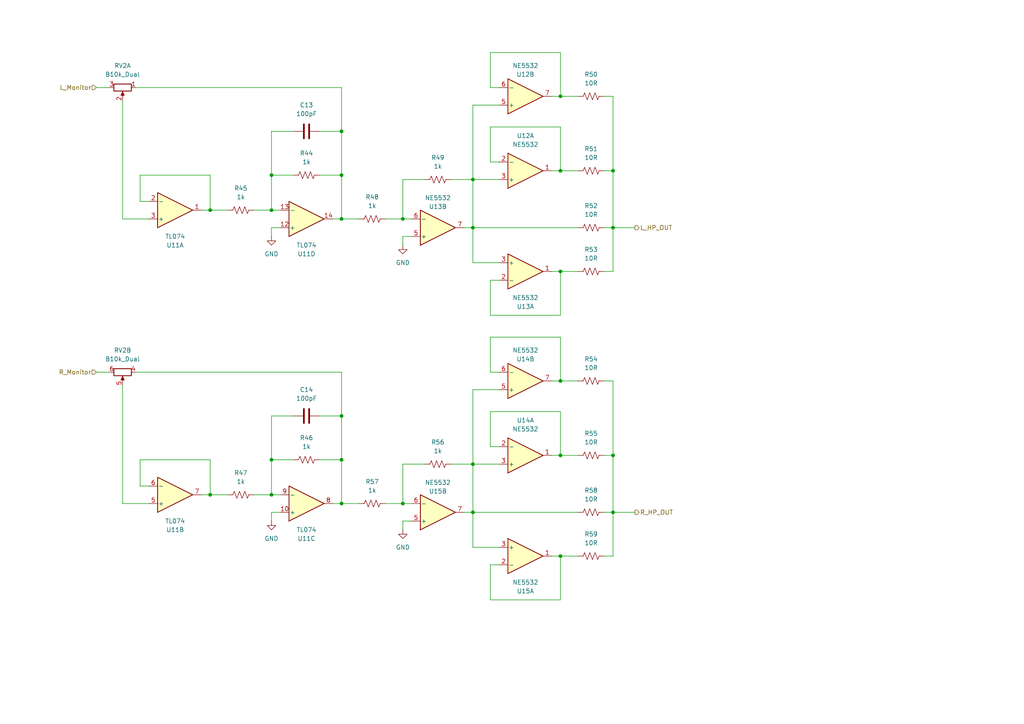
<source format=kicad_sch>
(kicad_sch (version 20250114) (generator "eeschema") (generator_version "9.0")
  (paper "A4")
  (title_block (comment 1 "PCB for 5 cm Kosmo format synthesizer module"))
  (lib_symbols
    (symbol "Amplifier_Operational:NE5532" (pin_names (offset 0.127))
      (property "Reference" "U" (at 0 5.08 0))
      (property "Value" "NE5532" (at 0 -5.08 0))
      (symbol "NE5532_1_1"
        (polyline (pts (xy -5.08 5.08) (xy 5.08 0) (xy -5.08 -5.08) (xy -5.08 5.08)) (stroke (width 0.254)) (fill (type background)))
        (pin input line (at -7.62 2.54 0) (length 2.54) (name "+") (number "3"))
        (pin input line (at -7.62 -2.54 0) (length 2.54) (name "-") (number "2"))
        (pin output line (at 7.62 0 180) (length 2.54) (name "~") (number "1"))
      )
      (symbol "NE5532_2_1"
        (polyline (pts (xy -5.08 5.08) (xy 5.08 0) (xy -5.08 -5.08) (xy -5.08 5.08)) (stroke (width 0.254)) (fill (type background)))
        (pin input line (at -7.62 2.54 0) (length 2.54) (name "+") (number "5"))
        (pin input line (at -7.62 -2.54 0) (length 2.54) (name "-") (number "6"))
        (pin output line (at 7.62 0 180) (length 2.54) (name "~") (number "7"))
      )
      (symbol "NE5532_3_1"
        (pin power_in line (at -2.54 7.62 270) (length 3.81) (name "V+") (number "8"))
        (pin power_in line (at -2.54 -7.62 90) (length 3.81) (name "V-") (number "4"))
      )
    )
    (symbol "Amplifier_Operational:TL074" (pin_names (offset 0.127))
      (property "Reference" "U" (at 0 5.08 0))
      (property "Value" "TL074" (at 0 -5.08 0))
      (symbol "TL074_1_1"
        (polyline (pts (xy -5.08 5.08) (xy 5.08 0) (xy -5.08 -5.08) (xy -5.08 5.08)) (stroke (width 0.254)) (fill (type background)))
        (pin input line (at -7.62 2.54 0) (length 2.54) (name "+") (number "3"))
        (pin input line (at -7.62 -2.54 0) (length 2.54) (name "-") (number "2"))
        (pin output line (at 7.62 0 180) (length 2.54) (name "~") (number "1"))
      )
      (symbol "TL074_2_1"
        (polyline (pts (xy -5.08 5.08) (xy 5.08 0) (xy -5.08 -5.08) (xy -5.08 5.08)) (stroke (width 0.254)) (fill (type background)))
        (pin input line (at -7.62 2.54 0) (length 2.54) (name "+") (number "5"))
        (pin input line (at -7.62 -2.54 0) (length 2.54) (name "-") (number "6"))
        (pin output line (at 7.62 0 180) (length 2.54) (name "~") (number "7"))
      )
      (symbol "TL074_3_1"
        (polyline (pts (xy -5.08 5.08) (xy 5.08 0) (xy -5.08 -5.08) (xy -5.08 5.08)) (stroke (width 0.254)) (fill (type background)))
        (pin input line (at -7.62 2.54 0) (length 2.54) (name "+") (number "10"))
        (pin input line (at -7.62 -2.54 0) (length 2.54) (name "-") (number "9"))
        (pin output line (at 7.62 0 180) (length 2.54) (name "~") (number "8"))
      )
      (symbol "TL074_4_1"
        (polyline (pts (xy -5.08 5.08) (xy 5.08 0) (xy -5.08 -5.08) (xy -5.08 5.08)) (stroke (width 0.254)) (fill (type background)))
        (pin input line (at -7.62 2.54 0) (length 2.54) (name "+") (number "12"))
        (pin input line (at -7.62 -2.54 0) (length 2.54) (name "-") (number "13"))
        (pin output line (at 7.62 0 180) (length 2.54) (name "~") (number "14"))
      )
      (symbol "TL074_5_1"
        (pin power_in line (at -2.54 7.62 270) (length 3.81) (name "V+") (number "4"))
        (pin power_in line (at -2.54 -7.62 90) (length 3.81) (name "V-") (number "11"))
      )
    )
    (symbol "Device:C" (pin_numbers (hide yes)) (pin_names (offset 0.254))
      (property "Reference" "C" (at 0.635 2.54 0))
      (property "Value" "C" (at 0.635 -2.54 0))
      (symbol "C_0_1"
        (polyline (pts (xy -2.032 0.762) (xy 2.032 0.762)) (stroke (width 0.508)))
        (polyline (pts (xy -2.032 -0.762) (xy 2.032 -0.762)) (stroke (width 0.508)))
      )
      (symbol "C_1_1"
        (pin passive line (at 0 3.81 270) (length 2.794) (name "~") (number "1"))
        (pin passive line (at 0 -3.81 90) (length 2.794) (name "~") (number "2"))
      )
    )
    (symbol "Device:R_Potentiometer_Dual_Separate" (pin_names (offset 1.016) (hide yes))
      (property "Reference" "RV" (at -4.445 0 90))
      (property "Value" "R_Potentiometer_Dual_Separate" (at -2.54 0 90))
      (symbol "R_Potentiometer_Dual_Separate_0_1"
        (rectangle (start 1.016 2.54) (end -1.016 -2.54) (stroke (width 0.254)))
        (polyline (pts (xy 1.143 0) (xy 2.286 0.508) (xy 2.286 -0.508) (xy 1.143 0)) (fill (type outline)))
        (polyline (pts (xy 2.54 0) (xy 1.524 0)))
      )
      (symbol "R_Potentiometer_Dual_Separate_1_1"
        (pin passive line (at 0 3.81 270) (length 1.27) (name "1") (number "1"))
        (pin passive line (at 0 -3.81 90) (length 1.27) (name "3") (number "3"))
        (pin passive line (at 3.81 0 180) (length 1.27) (name "2") (number "2"))
      )
      (symbol "R_Potentiometer_Dual_Separate_2_1"
        (pin passive line (at 0 3.81 270) (length 1.27) (name "4") (number "4"))
        (pin passive line (at 0 -3.81 90) (length 1.27) (name "6") (number "6"))
        (pin passive line (at 3.81 0 180) (length 1.27) (name "5") (number "5"))
      )
    )
    (symbol "Device:R_US" (pin_numbers (hide yes)) (pin_names (offset 0))
      (property "Reference" "R" (at 2.54 0 90))
      (property "Value" "R_US" (at -2.54 0 90))
      (symbol "R_US_0_1"
        (polyline (pts (xy 0 2.286) (xy 0 2.54)))
        (polyline (pts (xy 0 2.286) (xy 1.016 1.905) (xy 0 1.524) (xy -1.016 1.143) (xy 0 0.762)))
        (polyline (pts (xy 0 0.762) (xy 1.016 0.381) (xy 0 0) (xy -1.016 -0.381) (xy 0 -0.762)))
        (polyline (pts (xy 0 -0.762) (xy 1.016 -1.143) (xy 0 -1.524) (xy -1.016 -1.905) (xy 0 -2.286)))
        (polyline (pts (xy 0 -2.286) (xy 0 -2.54)))
      )
      (symbol "R_US_1_1"
        (pin passive line (at 0 3.81 270) (length 1.27) (name "~") (number "1"))
        (pin passive line (at 0 -3.81 90) (length 1.27) (name "~") (number "2"))
      )
    )
    (symbol "power:GND" (power) (pin_numbers (hide yes)) (pin_names (offset 0) (hide yes))
      (property "Value" "GND" (at 0 -3.81 0))
      (symbol "GND_0_1"
        (polyline (pts (xy 0 0) (xy 0 -1.27) (xy 1.27 -1.27) (xy 0 -2.54) (xy -1.27 -1.27) (xy 0 -1.27)))
      )
      (symbol "GND_1_1"
        (pin power_in line (at 0 0 270) (length 0) (name "~") (number "1"))
      )
    )
  )
  (junction (at 99.06 120.65))
  (junction (at 137.16 148.59))
  (junction (at 162.56 110.49))
  (junction (at 177.8 148.59))
  (junction (at 78.74 60.96))
  (junction (at 78.74 143.51))
  (junction (at 177.8 132.08))
  (junction (at 162.56 78.74))
  (junction (at 137.16 52.07))
  (junction (at 137.16 66.04))
  (junction (at 162.56 132.08))
  (junction (at 60.96 143.51))
  (junction (at 99.06 146.05))
  (junction (at 99.06 50.8))
  (junction (at 78.74 133.35))
  (junction (at 60.96 60.96))
  (junction (at 162.56 27.94))
  (junction (at 177.8 49.53))
  (junction (at 78.74 50.8))
  (junction (at 99.06 38.1))
  (junction (at 99.06 133.35))
  (junction (at 162.56 49.53))
  (junction (at 116.84 146.05))
  (junction (at 137.16 134.62))
  (junction (at 99.06 63.5))
  (junction (at 177.8 66.04))
  (junction (at 162.56 161.29))
  (junction (at 116.84 63.5))
  (wire (pts (xy 162.56 110.49) (xy 167.64 110.49)))
  (wire (pts (xy 160.02 132.08) (xy 162.56 132.08)))
  (wire (pts (xy 43.18 63.5) (xy 35.56 63.5)))
  (wire (pts (xy 162.56 78.74) (xy 167.64 78.74)))
  (wire (pts (xy 111.76 146.05) (xy 116.84 146.05)))
  (wire (pts (xy 175.26 148.59) (xy 177.8 148.59)))
  (wire (pts (xy 85.09 133.35) (xy 78.74 133.35)))
  (wire (pts (xy 78.74 60.96) (xy 81.28 60.96)))
  (wire (pts (xy 78.74 38.1) (xy 78.74 50.8)))
  (wire (pts (xy 116.84 134.62) (xy 116.84 146.05)))
  (wire (pts (xy 175.26 66.04) (xy 177.8 66.04)))
  (wire (pts (xy 99.06 50.8) (xy 99.06 38.1)))
  (wire (pts (xy 73.66 143.51) (xy 78.74 143.51)))
  (wire (pts (xy 137.16 30.48) (xy 137.16 52.07)))
  (wire (pts (xy 43.18 58.42) (xy 40.64 58.42)))
  (wire (pts (xy 177.8 110.49) (xy 177.8 132.08)))
  (wire (pts (xy 160.02 49.53) (xy 162.56 49.53)))
  (wire (pts (xy 92.71 50.8) (xy 99.06 50.8)))
  (wire (pts (xy 99.06 63.5) (xy 104.14 63.5)))
  (wire (pts (xy 99.06 107.95) (xy 99.06 120.65)))
  (wire (pts (xy 111.76 63.5) (xy 116.84 63.5)))
  (wire (pts (xy 142.24 129.54) (xy 142.24 119.38)))
  (wire (pts (xy 123.19 134.62) (xy 116.84 134.62)))
  (wire (pts (xy 144.78 107.95) (xy 142.24 107.95)))
  (wire (pts (xy 130.81 52.07) (xy 137.16 52.07)))
  (wire (pts (xy 162.56 91.44) (xy 162.56 78.74)))
  (wire (pts (xy 39.37 25.4) (xy 99.06 25.4)))
  (wire (pts (xy 142.24 119.38) (xy 162.56 119.38)))
  (wire (pts (xy 116.84 68.58) (xy 116.84 71.12)))
  (wire (pts (xy 142.24 107.95) (xy 142.24 97.79)))
  (wire (pts (xy 85.09 38.1) (xy 78.74 38.1)))
  (wire (pts (xy 99.06 133.35) (xy 99.06 146.05)))
  (wire (pts (xy 134.62 66.04) (xy 137.16 66.04)))
  (wire (pts (xy 27.94 107.95) (xy 31.75 107.95)))
  (wire (pts (xy 99.06 120.65) (xy 92.71 120.65)))
  (wire (pts (xy 78.74 120.65) (xy 78.74 133.35)))
  (wire (pts (xy 119.38 151.13) (xy 116.84 151.13)))
  (wire (pts (xy 144.78 129.54) (xy 142.24 129.54)))
  (wire (pts (xy 177.8 49.53) (xy 177.8 66.04)))
  (wire (pts (xy 144.78 163.83) (xy 142.24 163.83)))
  (wire (pts (xy 60.96 143.51) (xy 66.04 143.51)))
  (wire (pts (xy 144.78 134.62) (xy 137.16 134.62)))
  (wire (pts (xy 60.96 143.51) (xy 58.42 143.51)))
  (wire (pts (xy 142.24 36.83) (xy 162.56 36.83)))
  (wire (pts (xy 160.02 78.74) (xy 162.56 78.74)))
  (wire (pts (xy 96.52 63.5) (xy 99.06 63.5)))
  (wire (pts (xy 175.26 161.29) (xy 177.8 161.29)))
  (wire (pts (xy 142.24 91.44) (xy 162.56 91.44)))
  (wire (pts (xy 162.56 97.79) (xy 162.56 110.49)))
  (wire (pts (xy 85.09 120.65) (xy 78.74 120.65)))
  (wire (pts (xy 144.78 113.03) (xy 137.16 113.03)))
  (wire (pts (xy 177.8 27.94) (xy 177.8 49.53)))
  (wire (pts (xy 60.96 60.96) (xy 58.42 60.96)))
  (wire (pts (xy 99.06 133.35) (xy 99.06 120.65)))
  (wire (pts (xy 177.8 148.59) (xy 184.15 148.59)))
  (wire (pts (xy 99.06 38.1) (xy 92.71 38.1)))
  (wire (pts (xy 78.74 143.51) (xy 81.28 143.51)))
  (wire (pts (xy 78.74 133.35) (xy 78.74 143.51)))
  (wire (pts (xy 119.38 68.58) (xy 116.84 68.58)))
  (wire (pts (xy 78.74 66.04) (xy 81.28 66.04)))
  (wire (pts (xy 175.26 27.94) (xy 177.8 27.94)))
  (wire (pts (xy 144.78 52.07) (xy 137.16 52.07)))
  (wire (pts (xy 142.24 173.99) (xy 162.56 173.99)))
  (wire (pts (xy 144.78 158.75) (xy 137.16 158.75)))
  (wire (pts (xy 144.78 46.99) (xy 142.24 46.99)))
  (wire (pts (xy 177.8 78.74) (xy 177.8 66.04)))
  (wire (pts (xy 35.56 63.5) (xy 35.56 29.21)))
  (wire (pts (xy 78.74 148.59) (xy 78.74 151.13)))
  (wire (pts (xy 134.62 148.59) (xy 137.16 148.59)))
  (wire (pts (xy 160.02 110.49) (xy 162.56 110.49)))
  (wire (pts (xy 162.56 49.53) (xy 167.64 49.53)))
  (wire (pts (xy 175.26 49.53) (xy 177.8 49.53)))
  (wire (pts (xy 137.16 76.2) (xy 137.16 66.04)))
  (wire (pts (xy 137.16 148.59) (xy 167.64 148.59)))
  (wire (pts (xy 123.19 52.07) (xy 116.84 52.07)))
  (wire (pts (xy 27.94 25.4) (xy 31.75 25.4)))
  (wire (pts (xy 40.64 140.97) (xy 40.64 133.35)))
  (wire (pts (xy 137.16 158.75) (xy 137.16 148.59)))
  (wire (pts (xy 142.24 15.24) (xy 162.56 15.24)))
  (wire (pts (xy 130.81 134.62) (xy 137.16 134.62)))
  (wire (pts (xy 160.02 27.94) (xy 162.56 27.94)))
  (wire (pts (xy 142.24 25.4) (xy 142.24 15.24)))
  (wire (pts (xy 162.56 36.83) (xy 162.56 49.53)))
  (wire (pts (xy 85.09 50.8) (xy 78.74 50.8)))
  (wire (pts (xy 137.16 52.07) (xy 137.16 66.04)))
  (wire (pts (xy 144.78 81.28) (xy 142.24 81.28)))
  (wire (pts (xy 116.84 63.5) (xy 119.38 63.5)))
  (wire (pts (xy 40.64 58.42) (xy 40.64 50.8)))
  (wire (pts (xy 96.52 146.05) (xy 99.06 146.05)))
  (wire (pts (xy 116.84 146.05) (xy 119.38 146.05)))
  (wire (pts (xy 144.78 25.4) (xy 142.24 25.4)))
  (wire (pts (xy 177.8 161.29) (xy 177.8 148.59)))
  (wire (pts (xy 43.18 140.97) (xy 40.64 140.97)))
  (wire (pts (xy 40.64 133.35) (xy 60.96 133.35)))
  (wire (pts (xy 160.02 161.29) (xy 162.56 161.29)))
  (wire (pts (xy 162.56 173.99) (xy 162.56 161.29)))
  (wire (pts (xy 142.24 46.99) (xy 142.24 36.83)))
  (wire (pts (xy 40.64 50.8) (xy 60.96 50.8)))
  (wire (pts (xy 60.96 60.96) (xy 66.04 60.96)))
  (wire (pts (xy 162.56 15.24) (xy 162.56 27.94)))
  (wire (pts (xy 78.74 50.8) (xy 78.74 60.96)))
  (wire (pts (xy 99.06 63.5) (xy 99.06 50.8)))
  (wire (pts (xy 175.26 132.08) (xy 177.8 132.08)))
  (wire (pts (xy 78.74 68.58) (xy 78.74 66.04)))
  (wire (pts (xy 116.84 151.13) (xy 116.84 153.67)))
  (wire (pts (xy 35.56 111.76) (xy 35.56 146.05)))
  (wire (pts (xy 137.16 113.03) (xy 137.16 134.62)))
  (wire (pts (xy 60.96 133.35) (xy 60.96 143.51)))
  (wire (pts (xy 73.66 60.96) (xy 78.74 60.96)))
  (wire (pts (xy 162.56 132.08) (xy 167.64 132.08)))
  (wire (pts (xy 99.06 146.05) (xy 104.14 146.05)))
  (wire (pts (xy 175.26 78.74) (xy 177.8 78.74)))
  (wire (pts (xy 39.37 107.95) (xy 99.06 107.95)))
  (wire (pts (xy 177.8 66.04) (xy 184.15 66.04)))
  (wire (pts (xy 162.56 27.94) (xy 167.64 27.94)))
  (wire (pts (xy 60.96 50.8) (xy 60.96 60.96)))
  (wire (pts (xy 137.16 134.62) (xy 137.16 148.59)))
  (wire (pts (xy 162.56 161.29) (xy 167.64 161.29)))
  (wire (pts (xy 175.26 110.49) (xy 177.8 110.49)))
  (wire (pts (xy 142.24 163.83) (xy 142.24 173.99)))
  (wire (pts (xy 35.56 146.05) (xy 43.18 146.05)))
  (wire (pts (xy 99.06 25.4) (xy 99.06 38.1)))
  (wire (pts (xy 137.16 66.04) (xy 167.64 66.04)))
  (wire (pts (xy 92.71 133.35) (xy 99.06 133.35)))
  (wire (pts (xy 144.78 30.48) (xy 137.16 30.48)))
  (wire (pts (xy 144.78 76.2) (xy 137.16 76.2)))
  (wire (pts (xy 177.8 132.08) (xy 177.8 148.59)))
  (wire (pts (xy 81.28 148.59) (xy 78.74 148.59)))
  (wire (pts (xy 162.56 119.38) (xy 162.56 132.08)))
  (wire (pts (xy 142.24 81.28) (xy 142.24 91.44)))
  (wire (pts (xy 142.24 97.79) (xy 162.56 97.79)))
  (wire (pts (xy 116.84 52.07) (xy 116.84 63.5)))
  (hierarchical_label "R_HP_OUT" (shape output) (at 184.15 148.59 0))
  (hierarchical_label "R_Monitor" (shape input) (at 27.94 107.95 180))
  (hierarchical_label "L_Monitor" (shape input) (at 27.94 25.4 180))
  (hierarchical_label "L_HP_OUT" (shape output) (at 184.15 66.04 0))
  (symbol (lib_id "Device:R_US") (at 171.45 161.29 90) (unit 1)
    (property "Reference" "R59" (at 171.45 154.94 90))
    (property "Value" "10R" (at 171.45 157.48 90))
    (property "Footprint" "Resistor_THT:R_Axial_DIN0207_L6.3mm_D2.5mm_P7.62mm_Horizontal" (effects (hide yes)))
    (property "Description" "Resistor, US symbol" (effects (hide yes)))
  )
  (symbol (lib_id "power:GND") (at 116.84 153.67 0) (unit 1)
    (property "Reference" "#PWR038" (effects (hide yes)))
    (property "Value" "GND" (at 116.84 158.75 0))
    (property "Description" "Power symbol creates a global label with name \"GND\" , ground" (effects (hide yes)))
  )
  (symbol (lib_id "Amplifier_Operational:NE5532") (at 152.4 132.08 0) (mirror x) (unit 1)
    (property "Reference" "U14" (at 152.4 121.92 0))
    (property "Value" "NE5532" (at 152.4 124.46 0))
    (property "Datasheet" "http://www.ti.com/lit/ds/symlink/ne5532.pdf" (effects (hide yes)))
    (property "Description" "Dual Low-Noise Operational Amplifiers, DIP-8/SOIC-8" (effects (hide yes)))
  )
  (symbol (lib_id "Amplifier_Operational:NE5532") (at 127 66.04 0) (mirror x) (unit 2)
    (property "Reference" "U13" (at 127 59.944 0))
    (property "Value" "NE5532" (at 127 57.404 0))
    (property "Datasheet" "http://www.ti.com/lit/ds/symlink/ne5532.pdf" (effects (hide yes)))
    (property "Description" "Dual Low-Noise Operational Amplifiers, DIP-8/SOIC-8" (effects (hide yes)))
  )
  (symbol (lib_id "Amplifier_Operational:TL074") (at 50.8 143.51 0) (mirror x) (unit 2)
    (property "Reference" "U11" (at 50.8 153.67 0))
    (property "Value" "TL074" (at 50.8 151.13 0))
    (property "Footprint" "Package_DIP:DIP-14_W7.62mm_Socket" (effects (hide yes)))
    (property "Datasheet" "http://www.ti.com/lit/ds/symlink/tl071.pdf" (effects (hide yes)))
    (property "Description" "Quad Low-Noise JFET-Input Operational Amplifiers, DIP-14/SOIC-14" (effects (hide yes)))
  )
  (symbol (lib_id "Amplifier_Operational:NE5532") (at 152.4 110.49 0) (mirror x) (unit 2)
    (property "Reference" "U14" (at 152.4 104.14 0))
    (property "Value" "NE5532" (at 152.4 101.6 0))
    (property "Datasheet" "http://www.ti.com/lit/ds/symlink/ne5532.pdf" (effects (hide yes)))
    (property "Description" "Dual Low-Noise Operational Amplifiers, DIP-8/SOIC-8" (effects (hide yes)))
  )
  (symbol (lib_id "Amplifier_Operational:NE5532") (at 152.4 27.94 0) (mirror x) (unit 2)
    (property "Reference" "U12" (at 152.4 21.59 0))
    (property "Value" "NE5532" (at 152.4 19.05 0))
    (property "Datasheet" "http://www.ti.com/lit/ds/symlink/ne5532.pdf" (effects (hide yes)))
    (property "Description" "Dual Low-Noise Operational Amplifiers, DIP-8/SOIC-8" (effects (hide yes)))
  )
  (symbol (lib_id "Amplifier_Operational:NE5532") (at 152.4 49.53 0) (mirror x) (unit 1)
    (property "Reference" "U12" (at 152.4 39.37 0))
    (property "Value" "NE5532" (at 152.4 41.91 0))
    (property "Datasheet" "http://www.ti.com/lit/ds/symlink/ne5532.pdf" (effects (hide yes)))
    (property "Description" "Dual Low-Noise Operational Amplifiers, DIP-8/SOIC-8" (effects (hide yes)))
  )
  (symbol (lib_id "Device:R_US") (at 171.45 132.08 90) (unit 1)
    (property "Reference" "R55" (at 171.45 125.73 90))
    (property "Value" "10R" (at 171.45 128.27 90))
    (property "Footprint" "Resistor_THT:R_Axial_DIN0207_L6.3mm_D2.5mm_P7.62mm_Horizontal" (effects (hide yes)))
    (property "Description" "Resistor, US symbol" (effects (hide yes)))
  )
  (symbol (lib_id "Device:R_US") (at 171.45 78.74 90) (unit 1)
    (property "Reference" "R53" (at 171.45 72.39 90))
    (property "Value" "10R" (at 171.45 74.93 90))
    (property "Footprint" "Resistor_THT:R_Axial_DIN0207_L6.3mm_D2.5mm_P7.62mm_Horizontal" (effects (hide yes)))
    (property "Description" "Resistor, US symbol" (effects (hide yes)))
  )
  (symbol (lib_id "Amplifier_Operational:NE5532") (at 127 148.59 0) (mirror x) (unit 2)
    (property "Reference" "U15" (at 127 142.494 0))
    (property "Value" "NE5532" (at 127 139.954 0))
    (property "Datasheet" "http://www.ti.com/lit/ds/symlink/ne5532.pdf" (effects (hide yes)))
    (property "Description" "Dual Low-Noise Operational Amplifiers, DIP-8/SOIC-8" (effects (hide yes)))
  )
  (symbol (lib_id "power:GND") (at 78.74 68.58 0) (unit 1)
    (property "Reference" "#PWR035" (effects (hide yes)))
    (property "Value" "GND" (at 78.74 73.66 0))
    (property "Description" "Power symbol creates a global label with name \"GND\" , ground" (effects (hide yes)))
  )
  (symbol (lib_id "Device:R_US") (at 171.45 110.49 90) (unit 1)
    (property "Reference" "R54" (at 171.45 104.14 90))
    (property "Value" "10R" (at 171.45 106.68 90))
    (property "Footprint" "Resistor_THT:R_Axial_DIN0207_L6.3mm_D2.5mm_P7.62mm_Horizontal" (effects (hide yes)))
    (property "Description" "Resistor, US symbol" (effects (hide yes)))
  )
  (symbol (lib_id "Device:R_US") (at 171.45 66.04 90) (unit 1)
    (property "Reference" "R52" (at 171.45 59.69 90))
    (property "Value" "10R" (at 171.45 62.23 90))
    (property "Footprint" "Resistor_THT:R_Axial_DIN0207_L6.3mm_D2.5mm_P7.62mm_Horizontal" (effects (hide yes)))
    (property "Description" "Resistor, US symbol" (effects (hide yes)))
  )
  (symbol (lib_id "Amplifier_Operational:NE5532") (at 152.4 161.29 0) (unit 1)
    (property "Reference" "U15" (at 152.4 171.45 0))
    (property "Value" "NE5532" (at 152.4 168.91 0))
    (property "Datasheet" "http://www.ti.com/lit/ds/symlink/ne5532.pdf" (effects (hide yes)))
    (property "Description" "Dual Low-Noise Operational Amplifiers, DIP-8/SOIC-8" (effects (hide yes)))
  )
  (symbol (lib_id "Device:R_US") (at 171.45 27.94 90) (unit 1)
    (property "Reference" "R50" (at 171.45 21.59 90))
    (property "Value" "10R" (at 171.45 24.13 90))
    (property "Footprint" "Resistor_THT:R_Axial_DIN0207_L6.3mm_D2.5mm_P7.62mm_Horizontal" (effects (hide yes)))
    (property "Description" "Resistor, US symbol" (effects (hide yes)))
  )
  (symbol (lib_id "Device:R_US") (at 127 134.62 90) (unit 1)
    (property "Reference" "R56" (at 127 128.27 90))
    (property "Value" "1k" (at 127 130.81 90))
    (property "Footprint" "Resistor_THT:R_Axial_DIN0207_L6.3mm_D2.5mm_P7.62mm_Horizontal" (effects (hide yes)))
    (property "Description" "Resistor, US symbol" (effects (hide yes)))
  )
  (symbol (lib_id "Device:R_US") (at 171.45 49.53 90) (unit 1)
    (property "Reference" "R51" (at 171.45 43.18 90))
    (property "Value" "10R" (at 171.45 45.72 90))
    (property "Footprint" "Resistor_THT:R_Axial_DIN0207_L6.3mm_D2.5mm_P7.62mm_Horizontal" (effects (hide yes)))
    (property "Description" "Resistor, US symbol" (effects (hide yes)))
  )
  (symbol (lib_id "Device:R_US") (at 69.85 60.96 90) (unit 1)
    (property "Reference" "R45" (at 69.85 54.61 90))
    (property "Value" "1k" (at 69.85 57.15 90))
    (property "Footprint" "Resistor_THT:R_Axial_DIN0207_L6.3mm_D2.5mm_P7.62mm_Horizontal" (effects (hide yes)))
    (property "Description" "Resistor, US symbol" (effects (hide yes)))
  )
  (symbol (lib_id "Amplifier_Operational:TL074") (at 88.9 63.5 0) (mirror x) (unit 4)
    (property "Reference" "U11" (at 88.9 73.66 0))
    (property "Value" "TL074" (at 88.9 71.12 0))
    (property "Footprint" "Package_DIP:DIP-14_W7.62mm_Socket" (effects (hide yes)))
    (property "Datasheet" "http://www.ti.com/lit/ds/symlink/tl071.pdf" (effects (hide yes)))
    (property "Description" "Quad Low-Noise JFET-Input Operational Amplifiers, DIP-14/SOIC-14" (effects (hide yes)))
  )
  (symbol (lib_id "Amplifier_Operational:TL074") (at 50.8 60.96 0) (mirror x) (unit 1)
    (property "Reference" "U11" (at 50.8 71.12 0))
    (property "Value" "TL074" (at 50.8 68.58 0))
    (property "Footprint" "Package_DIP:DIP-14_W7.62mm_Socket" (effects (hide yes)))
    (property "Datasheet" "http://www.ti.com/lit/ds/symlink/tl071.pdf" (effects (hide yes)))
    (property "Description" "Quad Low-Noise JFET-Input Operational Amplifiers, DIP-14/SOIC-14" (effects (hide yes)))
  )
  (symbol (lib_id "Device:R_Potentiometer_Dual_Separate") (at 35.56 107.95 270) (unit 2)
    (property "Reference" "RV2" (at 35.56 101.6 90))
    (property "Value" "B10k_Dual" (at 35.56 104.14 90))
    (property "Footprint" "Potentiometer_THT:Potentiometer_Alpha_RD902F-40-00D_Dual_Vertical" (effects (hide yes)))
    (property "Description" "Dual potentiometer, separate units" (effects (hide yes)))
  )
  (symbol (lib_id "Device:R_US") (at 171.45 148.59 90) (unit 1)
    (property "Reference" "R58" (at 171.45 142.24 90))
    (property "Value" "10R" (at 171.45 144.78 90))
    (property "Footprint" "Resistor_THT:R_Axial_DIN0207_L6.3mm_D2.5mm_P7.62mm_Horizontal" (effects (hide yes)))
    (property "Description" "Resistor, US symbol" (effects (hide yes)))
  )
  (symbol (lib_id "power:GND") (at 116.84 71.12 0) (unit 1)
    (property "Reference" "#PWR037" (effects (hide yes)))
    (property "Value" "GND" (at 116.84 76.2 0))
    (property "Description" "Power symbol creates a global label with name \"GND\" , ground" (effects (hide yes)))
  )
  (symbol (lib_id "Device:R_US") (at 107.95 146.05 90) (unit 1)
    (property "Reference" "R57" (at 107.95 139.7 90))
    (property "Value" "1k" (at 107.95 142.24 90))
    (property "Footprint" "Resistor_THT:R_Axial_DIN0207_L6.3mm_D2.5mm_P7.62mm_Horizontal" (effects (hide yes)))
    (property "Description" "Resistor, US symbol" (effects (hide yes)))
  )
  (symbol (lib_id "Device:R_Potentiometer_Dual_Separate") (at 35.56 25.4 270) (unit 1)
    (property "Reference" "RV2" (at 35.56 19.05 90))
    (property "Value" "B10k_Dual" (at 35.56 21.59 90))
    (property "Footprint" "Potentiometer_THT:Potentiometer_Alpha_RD902F-40-00D_Dual_Vertical" (effects (hide yes)))
    (property "Description" "Dual potentiometer, separate units" (effects (hide yes)))
  )
  (symbol (lib_id "Device:C") (at 88.9 120.65 90) (unit 1)
    (property "Reference" "C14" (at 88.9 113.03 90))
    (property "Value" "100pF" (at 88.9 115.57 90))
    (property "Footprint" "Capacitor_THT:C_Disc_D3.0mm_W2.0mm_P2.50mm" (effects (hide yes)))
    (property "Description" "Unpolarized capacitor" (effects (hide yes)))
  )
  (symbol (lib_id "Device:R_US") (at 88.9 133.35 90) (unit 1)
    (property "Reference" "R46" (at 88.9 127 90))
    (property "Value" "1k" (at 88.9 129.54 90))
    (property "Footprint" "Resistor_THT:R_Axial_DIN0207_L6.3mm_D2.5mm_P7.62mm_Horizontal" (effects (hide yes)))
    (property "Description" "Resistor, US symbol" (effects (hide yes)))
  )
  (symbol (lib_id "Amplifier_Operational:TL074") (at 88.9 146.05 0) (mirror x) (unit 3)
    (property "Reference" "U11" (at 88.9 156.21 0))
    (property "Value" "TL074" (at 88.9 153.67 0))
    (property "Footprint" "Package_DIP:DIP-14_W7.62mm_Socket" (effects (hide yes)))
    (property "Datasheet" "http://www.ti.com/lit/ds/symlink/tl071.pdf" (effects (hide yes)))
    (property "Description" "Quad Low-Noise JFET-Input Operational Amplifiers, DIP-14/SOIC-14" (effects (hide yes)))
  )
  (symbol (lib_id "power:GND") (at 78.74 151.13 0) (unit 1)
    (property "Reference" "#PWR036" (effects (hide yes)))
    (property "Value" "GND" (at 78.74 156.21 0))
    (property "Description" "Power symbol creates a global label with name \"GND\" , ground" (effects (hide yes)))
  )
  (symbol (lib_id "Device:R_US") (at 88.9 50.8 90) (unit 1)
    (property "Reference" "R44" (at 88.9 44.45 90))
    (property "Value" "1k" (at 88.9 46.99 90))
    (property "Footprint" "Resistor_THT:R_Axial_DIN0207_L6.3mm_D2.5mm_P7.62mm_Horizontal" (effects (hide yes)))
    (property "Description" "Resistor, US symbol" (effects (hide yes)))
  )
  (symbol (lib_id "Device:R_US") (at 127 52.07 90) (unit 1)
    (property "Reference" "R49" (at 127 45.72 90))
    (property "Value" "1k" (at 127 48.26 90))
    (property "Footprint" "Resistor_THT:R_Axial_DIN0207_L6.3mm_D2.5mm_P7.62mm_Horizontal" (effects (hide yes)))
    (property "Description" "Resistor, US symbol" (effects (hide yes)))
  )
  (symbol (lib_id "Device:C") (at 88.9 38.1 90) (unit 1)
    (property "Reference" "C13" (at 88.9 30.48 90))
    (property "Value" "100pF" (at 88.9 33.02 90))
    (property "Footprint" "Capacitor_THT:C_Disc_D3.0mm_W2.0mm_P2.50mm" (effects (hide yes)))
    (property "Description" "Unpolarized capacitor" (effects (hide yes)))
  )
  (symbol (lib_id "Device:R_US") (at 107.95 63.5 90) (unit 1)
    (property "Reference" "R48" (at 107.95 57.15 90))
    (property "Value" "1k" (at 107.95 59.69 90))
    (property "Footprint" "Resistor_THT:R_Axial_DIN0207_L6.3mm_D2.5mm_P7.62mm_Horizontal" (effects (hide yes)))
    (property "Description" "Resistor, US symbol" (effects (hide yes)))
  )
  (symbol (lib_id "Amplifier_Operational:NE5532") (at 152.4 78.74 0) (unit 1)
    (property "Reference" "U13" (at 152.4 88.9 0))
    (property "Value" "NE5532" (at 152.4 86.36 0))
    (property "Datasheet" "http://www.ti.com/lit/ds/symlink/ne5532.pdf" (effects (hide yes)))
    (property "Description" "Dual Low-Noise Operational Amplifiers, DIP-8/SOIC-8" (effects (hide yes)))
  )
  (symbol (lib_id "Device:R_US") (at 69.85 143.51 90) (unit 1)
    (property "Reference" "R47" (at 69.85 137.16 90))
    (property "Value" "1k" (at 69.85 139.7 90))
    (property "Footprint" "Resistor_THT:R_Axial_DIN0207_L6.3mm_D2.5mm_P7.62mm_Horizontal" (effects (hide yes)))
    (property "Description" "Resistor, US symbol" (effects (hide yes)))
  )
)
</source>
